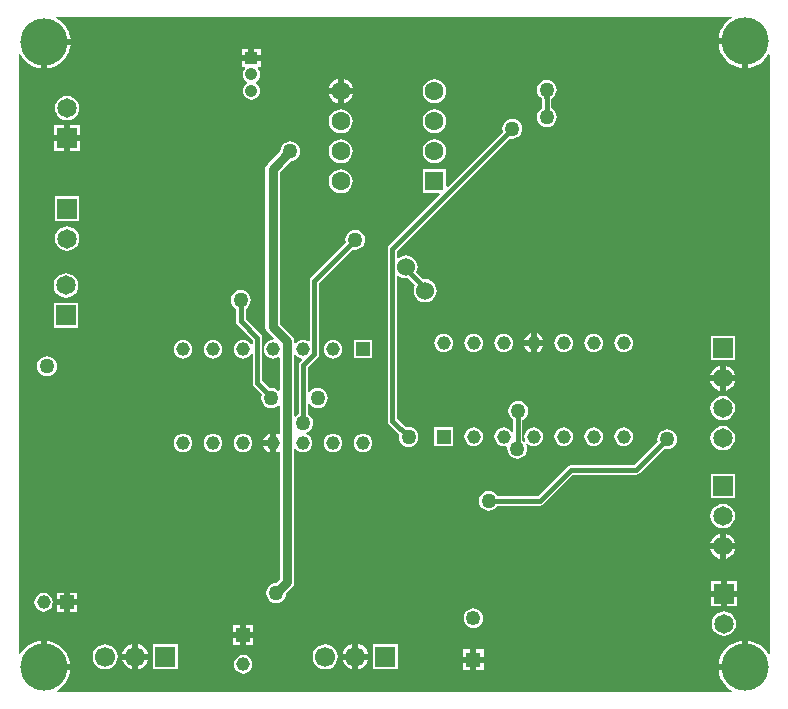
<source format=gbl>
G04*
G04 #@! TF.GenerationSoftware,Altium Limited,Altium Designer,20.1.14 (287)*
G04*
G04 Layer_Physical_Order=2*
G04 Layer_Color=16711680*
%FSLAX43Y43*%
%MOMM*%
G71*
G04*
G04 #@! TF.SameCoordinates,E881D564-7E94-4D67-93EA-8D466AB4E10B*
G04*
G04*
G04 #@! TF.FilePolarity,Positive*
G04*
G01*
G75*
%ADD28C,1.250*%
%ADD29R,1.250X1.250*%
%ADD30C,1.150*%
%ADD31R,1.150X1.150*%
%ADD36R,1.150X1.150*%
%ADD57C,0.800*%
%ADD59C,0.381*%
%ADD62R,1.651X1.651*%
%ADD63C,1.651*%
%ADD64R,1.600X1.600*%
%ADD65C,1.600*%
%ADD66C,1.159*%
%ADD67R,1.159X1.159*%
%ADD68C,1.700*%
%ADD69R,1.700X1.700*%
%ADD70C,1.050*%
%ADD71R,1.050X1.050*%
%ADD72C,4.000*%
%ADD73C,1.524*%
%ADD74C,1.270*%
G36*
X60602Y57269D02*
X60442Y57183D01*
X60098Y56902D01*
X59817Y56558D01*
X59607Y56167D01*
X59479Y55742D01*
X59460Y55554D01*
X61700D01*
Y55300D01*
X61954D01*
Y53060D01*
X62142Y53079D01*
X62567Y53208D01*
X62958Y53417D01*
X63302Y53698D01*
X63583Y54042D01*
X63669Y54202D01*
X63796Y54171D01*
Y3429D01*
X63669Y3398D01*
X63583Y3558D01*
X63302Y3902D01*
X62958Y4183D01*
X62567Y4392D01*
X62142Y4521D01*
X61954Y4540D01*
Y2300D01*
X61700D01*
Y2046D01*
X59460D01*
X59479Y1858D01*
X59607Y1433D01*
X59817Y1042D01*
X60098Y698D01*
X60442Y417D01*
X60602Y331D01*
X60571Y204D01*
X3429D01*
X3398Y331D01*
X3558Y417D01*
X3902Y698D01*
X4183Y1042D01*
X4392Y1433D01*
X4521Y1858D01*
X4540Y2046D01*
X2300D01*
Y2300D01*
X2046D01*
Y4540D01*
X1858Y4521D01*
X1433Y4392D01*
X1042Y4183D01*
X698Y3902D01*
X417Y3558D01*
X331Y3398D01*
X204Y3429D01*
Y54214D01*
X331Y54246D01*
X467Y53992D01*
X748Y53648D01*
X1092Y53367D01*
X1483Y53158D01*
X1908Y53029D01*
X2096Y53010D01*
Y55250D01*
X2350D01*
Y55504D01*
X4590D01*
X4571Y55692D01*
X4443Y56117D01*
X4233Y56508D01*
X3952Y56852D01*
X3608Y57133D01*
X3354Y57269D01*
X3386Y57396D01*
X60571D01*
X60602Y57269D01*
D02*
G37*
%LPC*%
G36*
X20679Y54673D02*
X20154D01*
Y54148D01*
X20679D01*
Y54673D01*
D02*
G37*
G36*
X19646D02*
X19121D01*
Y54148D01*
X19646D01*
Y54673D01*
D02*
G37*
G36*
X61446Y55046D02*
X59460D01*
X59479Y54858D01*
X59607Y54433D01*
X59817Y54042D01*
X60098Y53698D01*
X60442Y53417D01*
X60833Y53208D01*
X61258Y53079D01*
X61446Y53060D01*
Y55046D01*
D02*
G37*
G36*
X4590Y54996D02*
X2604D01*
Y53010D01*
X2792Y53029D01*
X3217Y53158D01*
X3608Y53367D01*
X3952Y53648D01*
X4233Y53992D01*
X4443Y54383D01*
X4571Y54808D01*
X4590Y54996D01*
D02*
G37*
G36*
X27714Y52110D02*
Y51334D01*
X28490D01*
X28487Y51355D01*
X28381Y51612D01*
X28212Y51832D01*
X27992Y52001D01*
X27735Y52107D01*
X27714Y52110D01*
D02*
G37*
G36*
X27206D02*
X27185Y52107D01*
X26928Y52001D01*
X26708Y51832D01*
X26539Y51612D01*
X26433Y51355D01*
X26430Y51334D01*
X27206D01*
Y52110D01*
D02*
G37*
G36*
X20679Y53640D02*
X19900D01*
X19121D01*
Y53115D01*
X19317D01*
X19359Y52988D01*
X19264Y52864D01*
X19191Y52687D01*
X19166Y52497D01*
X19191Y52307D01*
X19264Y52130D01*
X19381Y51978D01*
X19522Y51869D01*
X19530Y51799D01*
X19522Y51728D01*
X19381Y51619D01*
X19264Y51467D01*
X19191Y51290D01*
X19166Y51100D01*
X19191Y50910D01*
X19264Y50733D01*
X19381Y50581D01*
X19533Y50464D01*
X19710Y50391D01*
X19900Y50366D01*
X20090Y50391D01*
X20267Y50464D01*
X20419Y50581D01*
X20536Y50733D01*
X20609Y50910D01*
X20634Y51100D01*
X20609Y51290D01*
X20536Y51467D01*
X20419Y51619D01*
X20278Y51728D01*
X20270Y51799D01*
X20278Y51869D01*
X20419Y51978D01*
X20536Y52130D01*
X20609Y52307D01*
X20634Y52497D01*
X20609Y52687D01*
X20536Y52864D01*
X20441Y52988D01*
X20483Y53115D01*
X20679D01*
Y53640D01*
D02*
G37*
G36*
X35400Y52092D02*
X35138Y52057D01*
X34894Y51956D01*
X34685Y51795D01*
X34524Y51586D01*
X34423Y51342D01*
X34388Y51080D01*
X34423Y50818D01*
X34524Y50574D01*
X34685Y50365D01*
X34894Y50204D01*
X35138Y50103D01*
X35400Y50068D01*
X35662Y50103D01*
X35906Y50204D01*
X36115Y50365D01*
X36276Y50574D01*
X36377Y50818D01*
X36412Y51080D01*
X36377Y51342D01*
X36276Y51586D01*
X36115Y51795D01*
X35906Y51956D01*
X35662Y52057D01*
X35400Y52092D01*
D02*
G37*
G36*
X28490Y50826D02*
X27714D01*
Y50050D01*
X27735Y50053D01*
X27992Y50159D01*
X28212Y50328D01*
X28381Y50548D01*
X28487Y50805D01*
X28490Y50826D01*
D02*
G37*
G36*
X27206D02*
X26430D01*
X26433Y50805D01*
X26539Y50548D01*
X26708Y50328D01*
X26928Y50159D01*
X27185Y50053D01*
X27206Y50050D01*
Y50826D01*
D02*
G37*
G36*
X4300Y50678D02*
X4031Y50642D01*
X3781Y50539D01*
X3566Y50374D01*
X3401Y50159D01*
X3298Y49909D01*
X3262Y49640D01*
X3298Y49371D01*
X3401Y49121D01*
X3566Y48906D01*
X3781Y48741D01*
X4031Y48638D01*
X4300Y48602D01*
X4569Y48638D01*
X4819Y48741D01*
X5034Y48906D01*
X5199Y49121D01*
X5302Y49371D01*
X5338Y49640D01*
X5302Y49909D01*
X5199Y50159D01*
X5034Y50374D01*
X4819Y50539D01*
X4569Y50642D01*
X4300Y50678D01*
D02*
G37*
G36*
X44900Y52045D02*
X44681Y52017D01*
X44477Y51932D01*
X44302Y51798D01*
X44168Y51623D01*
X44083Y51419D01*
X44055Y51200D01*
X44083Y50981D01*
X44168Y50777D01*
X44302Y50602D01*
X44477Y50468D01*
X44499Y50459D01*
Y49641D01*
X44477Y49632D01*
X44302Y49498D01*
X44168Y49323D01*
X44083Y49119D01*
X44054Y48900D01*
X44083Y48681D01*
X44168Y48477D01*
X44302Y48302D01*
X44477Y48168D01*
X44681Y48083D01*
X44900Y48054D01*
X45119Y48083D01*
X45323Y48168D01*
X45498Y48302D01*
X45632Y48477D01*
X45717Y48681D01*
X45745Y48900D01*
X45717Y49119D01*
X45632Y49323D01*
X45498Y49498D01*
X45323Y49632D01*
X45301Y49641D01*
Y50459D01*
X45323Y50468D01*
X45498Y50602D01*
X45632Y50777D01*
X45717Y50981D01*
X45745Y51200D01*
X45717Y51419D01*
X45632Y51623D01*
X45498Y51798D01*
X45323Y51932D01*
X45119Y52017D01*
X44900Y52045D01*
D02*
G37*
G36*
X35400Y49552D02*
X35138Y49517D01*
X34894Y49416D01*
X34685Y49255D01*
X34524Y49046D01*
X34423Y48802D01*
X34388Y48540D01*
X34423Y48278D01*
X34524Y48034D01*
X34685Y47825D01*
X34894Y47664D01*
X35138Y47563D01*
X35400Y47528D01*
X35662Y47563D01*
X35906Y47664D01*
X36115Y47825D01*
X36276Y48034D01*
X36377Y48278D01*
X36412Y48540D01*
X36377Y48802D01*
X36276Y49046D01*
X36115Y49255D01*
X35906Y49416D01*
X35662Y49517D01*
X35400Y49552D01*
D02*
G37*
G36*
X27460D02*
X27198Y49517D01*
X26954Y49416D01*
X26745Y49255D01*
X26584Y49046D01*
X26483Y48802D01*
X26448Y48540D01*
X26483Y48278D01*
X26584Y48034D01*
X26745Y47825D01*
X26954Y47664D01*
X27198Y47563D01*
X27460Y47528D01*
X27722Y47563D01*
X27966Y47664D01*
X28175Y47825D01*
X28336Y48034D01*
X28437Y48278D01*
X28472Y48540D01*
X28437Y48802D01*
X28336Y49046D01*
X28175Y49255D01*
X27966Y49416D01*
X27722Y49517D01*
X27460Y49552D01*
D02*
G37*
G36*
X5379Y48180D02*
X4554D01*
Y47354D01*
X5379D01*
Y48180D01*
D02*
G37*
G36*
X4046D02*
X3220D01*
Y47354D01*
X4046D01*
Y48180D01*
D02*
G37*
G36*
X42000Y48745D02*
X41781Y48717D01*
X41577Y48632D01*
X41402Y48498D01*
X41268Y48323D01*
X41183Y48119D01*
X41155Y47900D01*
X41183Y47681D01*
X41192Y47660D01*
X36521Y42988D01*
X36403Y43037D01*
Y44463D01*
X34397D01*
Y42457D01*
X35823D01*
X35872Y42339D01*
X31560Y38028D01*
X31473Y37898D01*
X31443Y37744D01*
Y23156D01*
X31473Y23002D01*
X31560Y22872D01*
X32392Y22040D01*
X32383Y22019D01*
X32355Y21800D01*
X32383Y21581D01*
X32468Y21377D01*
X32602Y21202D01*
X32777Y21068D01*
X32981Y20983D01*
X33200Y20955D01*
X33419Y20983D01*
X33623Y21068D01*
X33798Y21202D01*
X33932Y21377D01*
X34017Y21581D01*
X34045Y21800D01*
X34017Y22019D01*
X33932Y22223D01*
X33798Y22398D01*
X33623Y22532D01*
X33419Y22617D01*
X33200Y22645D01*
X32981Y22617D01*
X32960Y22608D01*
X32246Y23322D01*
Y35402D01*
X32373Y35465D01*
X32513Y35357D01*
X32748Y35260D01*
X33000Y35226D01*
X33182Y35250D01*
X33754Y34679D01*
X33660Y34452D01*
X33626Y34200D01*
X33660Y33948D01*
X33757Y33713D01*
X33912Y33512D01*
X34113Y33357D01*
X34348Y33260D01*
X34600Y33226D01*
X34852Y33260D01*
X35087Y33357D01*
X35288Y33512D01*
X35443Y33713D01*
X35540Y33948D01*
X35574Y34200D01*
X35540Y34452D01*
X35443Y34687D01*
X35288Y34888D01*
X35087Y35043D01*
X34852Y35140D01*
X34600Y35174D01*
X34418Y35150D01*
X33846Y35721D01*
X33940Y35948D01*
X33974Y36200D01*
X33940Y36452D01*
X33843Y36687D01*
X33688Y36888D01*
X33487Y37043D01*
X33252Y37140D01*
X33000Y37174D01*
X32748Y37140D01*
X32513Y37043D01*
X32373Y36935D01*
X32246Y36998D01*
Y37578D01*
X41760Y47092D01*
X41781Y47083D01*
X42000Y47055D01*
X42219Y47083D01*
X42423Y47168D01*
X42598Y47302D01*
X42732Y47477D01*
X42817Y47681D01*
X42845Y47900D01*
X42817Y48119D01*
X42732Y48323D01*
X42598Y48498D01*
X42423Y48632D01*
X42219Y48717D01*
X42000Y48745D01*
D02*
G37*
G36*
X5379Y46846D02*
X4554D01*
Y46021D01*
X5379D01*
Y46846D01*
D02*
G37*
G36*
X4046D02*
X3220D01*
Y46021D01*
X4046D01*
Y46846D01*
D02*
G37*
G36*
X35400Y47012D02*
X35138Y46977D01*
X34894Y46876D01*
X34685Y46715D01*
X34524Y46506D01*
X34423Y46262D01*
X34388Y46000D01*
X34423Y45738D01*
X34524Y45494D01*
X34685Y45285D01*
X34894Y45124D01*
X35138Y45023D01*
X35400Y44988D01*
X35662Y45023D01*
X35906Y45124D01*
X36115Y45285D01*
X36276Y45494D01*
X36377Y45738D01*
X36412Y46000D01*
X36377Y46262D01*
X36276Y46506D01*
X36115Y46715D01*
X35906Y46876D01*
X35662Y46977D01*
X35400Y47012D01*
D02*
G37*
G36*
X27460D02*
X27198Y46977D01*
X26954Y46876D01*
X26745Y46715D01*
X26584Y46506D01*
X26483Y46262D01*
X26448Y46000D01*
X26483Y45738D01*
X26584Y45494D01*
X26745Y45285D01*
X26954Y45124D01*
X27198Y45023D01*
X27460Y44988D01*
X27722Y45023D01*
X27966Y45124D01*
X28175Y45285D01*
X28336Y45494D01*
X28437Y45738D01*
X28472Y46000D01*
X28437Y46262D01*
X28336Y46506D01*
X28175Y46715D01*
X27966Y46876D01*
X27722Y46977D01*
X27460Y47012D01*
D02*
G37*
G36*
Y44472D02*
X27198Y44437D01*
X26954Y44336D01*
X26745Y44175D01*
X26584Y43966D01*
X26483Y43722D01*
X26448Y43460D01*
X26483Y43198D01*
X26584Y42954D01*
X26745Y42745D01*
X26954Y42584D01*
X27198Y42483D01*
X27460Y42448D01*
X27722Y42483D01*
X27966Y42584D01*
X28175Y42745D01*
X28336Y42954D01*
X28437Y43198D01*
X28472Y43460D01*
X28437Y43722D01*
X28336Y43966D01*
X28175Y44175D01*
X27966Y44336D01*
X27722Y44437D01*
X27460Y44472D01*
D02*
G37*
G36*
X5329Y42169D02*
X3271D01*
Y40111D01*
X5329D01*
Y42169D01*
D02*
G37*
G36*
X23200Y46845D02*
X22981Y46817D01*
X22777Y46732D01*
X22602Y46598D01*
X22468Y46423D01*
X22383Y46219D01*
X22358Y46028D01*
X21265Y44935D01*
X21132Y44735D01*
X21085Y44500D01*
Y31100D01*
X21132Y30865D01*
X21265Y30665D01*
X21783Y30147D01*
X21724Y30027D01*
X21720Y30027D01*
X21516Y30001D01*
X21325Y29922D01*
X21162Y29796D01*
X21036Y29633D01*
X20957Y29442D01*
X20931Y29238D01*
X20957Y29034D01*
X21036Y28843D01*
X21162Y28680D01*
X21325Y28554D01*
X21516Y28475D01*
X21720Y28449D01*
X21924Y28475D01*
X22115Y28554D01*
X22161Y28590D01*
X22288Y28527D01*
Y25760D01*
X22161Y25719D01*
X22013Y25832D01*
X21809Y25917D01*
X21590Y25945D01*
X21442Y25926D01*
X20801Y26566D01*
Y30200D01*
X20771Y30354D01*
X20684Y30484D01*
X19401Y31766D01*
Y32659D01*
X19423Y32668D01*
X19598Y32802D01*
X19732Y32977D01*
X19817Y33181D01*
X19845Y33400D01*
X19817Y33619D01*
X19732Y33823D01*
X19598Y33998D01*
X19423Y34132D01*
X19219Y34217D01*
X19000Y34245D01*
X18781Y34217D01*
X18577Y34132D01*
X18402Y33998D01*
X18268Y33823D01*
X18183Y33619D01*
X18155Y33400D01*
X18183Y33181D01*
X18268Y32977D01*
X18402Y32802D01*
X18577Y32668D01*
X18599Y32659D01*
Y31600D01*
X18629Y31446D01*
X18716Y31316D01*
X19999Y30034D01*
Y29639D01*
X19872Y29614D01*
X19864Y29633D01*
X19738Y29796D01*
X19575Y29922D01*
X19384Y30001D01*
X19180Y30027D01*
X18976Y30001D01*
X18785Y29922D01*
X18622Y29796D01*
X18496Y29633D01*
X18417Y29442D01*
X18391Y29238D01*
X18417Y29034D01*
X18496Y28843D01*
X18622Y28680D01*
X18785Y28554D01*
X18976Y28475D01*
X19180Y28449D01*
X19384Y28475D01*
X19575Y28554D01*
X19738Y28680D01*
X19864Y28843D01*
X19872Y28862D01*
X19999Y28837D01*
Y26400D01*
X20029Y26246D01*
X20116Y26116D01*
X20815Y25418D01*
X20774Y25319D01*
X20745Y25100D01*
X20774Y24881D01*
X20858Y24677D01*
X20993Y24502D01*
X21168Y24368D01*
X21372Y24283D01*
X21590Y24255D01*
X21809Y24283D01*
X22013Y24368D01*
X22161Y24481D01*
X22288Y24440D01*
Y22059D01*
X22174Y22002D01*
X22140Y22028D01*
X21974Y22097D01*
Y21300D01*
Y20503D01*
X22140Y20572D01*
X22174Y20598D01*
X22288Y20541D01*
Y9757D01*
X21972Y9442D01*
X21781Y9417D01*
X21577Y9332D01*
X21402Y9198D01*
X21268Y9023D01*
X21183Y8819D01*
X21155Y8600D01*
X21183Y8381D01*
X21268Y8177D01*
X21402Y8002D01*
X21577Y7868D01*
X21781Y7783D01*
X22000Y7755D01*
X22219Y7783D01*
X22423Y7868D01*
X22598Y8002D01*
X22732Y8177D01*
X22817Y8381D01*
X22842Y8572D01*
X23338Y9068D01*
X23471Y9267D01*
X23518Y9503D01*
Y20773D01*
X23645Y20816D01*
X23702Y20742D01*
X23865Y20616D01*
X24056Y20537D01*
X24260Y20511D01*
X24464Y20537D01*
X24655Y20616D01*
X24818Y20742D01*
X24944Y20905D01*
X25023Y21096D01*
X25049Y21300D01*
X25023Y21504D01*
X24944Y21695D01*
X24818Y21858D01*
X24655Y21984D01*
X24491Y22052D01*
X24492Y22169D01*
X24495Y22180D01*
X24519Y22183D01*
X24723Y22268D01*
X24898Y22402D01*
X25032Y22577D01*
X25117Y22781D01*
X25145Y23000D01*
X25117Y23219D01*
X25032Y23423D01*
X24898Y23598D01*
X24723Y23732D01*
X24701Y23741D01*
Y24555D01*
X24828Y24598D01*
X24902Y24502D01*
X25077Y24368D01*
X25281Y24283D01*
X25500Y24255D01*
X25719Y24283D01*
X25923Y24368D01*
X26098Y24502D01*
X26232Y24677D01*
X26317Y24881D01*
X26345Y25100D01*
X26317Y25319D01*
X26232Y25523D01*
X26098Y25698D01*
X25923Y25832D01*
X25719Y25917D01*
X25500Y25945D01*
X25281Y25917D01*
X25077Y25832D01*
X24902Y25698D01*
X24828Y25602D01*
X24701Y25645D01*
Y27735D01*
X25517Y28551D01*
X25604Y28681D01*
X25635Y28835D01*
Y34867D01*
X28460Y37692D01*
X28481Y37683D01*
X28700Y37655D01*
X28919Y37683D01*
X29123Y37768D01*
X29298Y37902D01*
X29432Y38077D01*
X29517Y38281D01*
X29545Y38500D01*
X29517Y38719D01*
X29432Y38923D01*
X29298Y39098D01*
X29123Y39232D01*
X28919Y39317D01*
X28700Y39345D01*
X28481Y39317D01*
X28277Y39232D01*
X28102Y39098D01*
X27968Y38923D01*
X27883Y38719D01*
X27855Y38500D01*
X27883Y38281D01*
X27892Y38260D01*
X24949Y35317D01*
X24862Y35187D01*
X24832Y35033D01*
Y29946D01*
X24705Y29883D01*
X24655Y29922D01*
X24464Y30001D01*
X24260Y30027D01*
X24056Y30001D01*
X23865Y29922D01*
X23702Y29796D01*
X23645Y29722D01*
X23570Y29725D01*
X23569Y29726D01*
X23515Y29761D01*
Y29900D01*
X23468Y30135D01*
X23335Y30335D01*
X22315Y31355D01*
Y44245D01*
X23228Y45158D01*
X23419Y45183D01*
X23623Y45268D01*
X23798Y45402D01*
X23932Y45577D01*
X24017Y45781D01*
X24045Y46000D01*
X24017Y46219D01*
X23932Y46423D01*
X23798Y46598D01*
X23623Y46732D01*
X23419Y46817D01*
X23200Y46845D01*
D02*
G37*
G36*
X4300Y39638D02*
X4031Y39602D01*
X3781Y39499D01*
X3566Y39334D01*
X3401Y39119D01*
X3298Y38869D01*
X3262Y38600D01*
X3298Y38331D01*
X3401Y38081D01*
X3566Y37866D01*
X3781Y37701D01*
X4031Y37598D01*
X4300Y37562D01*
X4569Y37598D01*
X4819Y37701D01*
X5034Y37866D01*
X5199Y38081D01*
X5302Y38331D01*
X5338Y38600D01*
X5302Y38869D01*
X5199Y39119D01*
X5034Y39334D01*
X4819Y39499D01*
X4569Y39602D01*
X4300Y39638D01*
D02*
G37*
G36*
X4200Y35678D02*
X3931Y35642D01*
X3681Y35539D01*
X3466Y35374D01*
X3301Y35159D01*
X3198Y34909D01*
X3162Y34640D01*
X3198Y34371D01*
X3301Y34121D01*
X3466Y33906D01*
X3681Y33741D01*
X3931Y33638D01*
X4200Y33602D01*
X4469Y33638D01*
X4719Y33741D01*
X4934Y33906D01*
X5099Y34121D01*
X5202Y34371D01*
X5238Y34640D01*
X5202Y34909D01*
X5099Y35159D01*
X4934Y35374D01*
X4719Y35539D01*
X4469Y35642D01*
X4200Y35678D01*
D02*
G37*
G36*
X5229Y33129D02*
X3171D01*
Y31071D01*
X5229D01*
Y33129D01*
D02*
G37*
G36*
X44054Y30566D02*
Y30023D01*
X44597D01*
X44528Y30189D01*
X44394Y30363D01*
X44220Y30497D01*
X44054Y30566D01*
D02*
G37*
G36*
X43546Y30566D02*
X43380Y30497D01*
X43206Y30363D01*
X43072Y30189D01*
X43003Y30023D01*
X43546D01*
Y30566D01*
D02*
G37*
G36*
X51420Y30558D02*
X51216Y30532D01*
X51025Y30453D01*
X50862Y30327D01*
X50736Y30164D01*
X50657Y29973D01*
X50631Y29769D01*
X50657Y29565D01*
X50736Y29374D01*
X50862Y29211D01*
X51025Y29085D01*
X51216Y29006D01*
X51420Y28980D01*
X51624Y29006D01*
X51815Y29085D01*
X51978Y29211D01*
X52104Y29374D01*
X52183Y29565D01*
X52209Y29769D01*
X52183Y29973D01*
X52104Y30164D01*
X51978Y30327D01*
X51815Y30453D01*
X51624Y30532D01*
X51420Y30558D01*
D02*
G37*
G36*
X48880D02*
X48676Y30532D01*
X48485Y30453D01*
X48322Y30327D01*
X48196Y30164D01*
X48117Y29973D01*
X48091Y29769D01*
X48117Y29565D01*
X48196Y29374D01*
X48322Y29211D01*
X48485Y29085D01*
X48676Y29006D01*
X48880Y28980D01*
X49084Y29006D01*
X49275Y29085D01*
X49438Y29211D01*
X49564Y29374D01*
X49643Y29565D01*
X49669Y29769D01*
X49643Y29973D01*
X49564Y30164D01*
X49438Y30327D01*
X49275Y30453D01*
X49084Y30532D01*
X48880Y30558D01*
D02*
G37*
G36*
X46340D02*
X46136Y30532D01*
X45945Y30453D01*
X45782Y30327D01*
X45656Y30164D01*
X45577Y29973D01*
X45551Y29769D01*
X45577Y29565D01*
X45656Y29374D01*
X45782Y29211D01*
X45945Y29085D01*
X46136Y29006D01*
X46340Y28980D01*
X46544Y29006D01*
X46735Y29085D01*
X46898Y29211D01*
X47024Y29374D01*
X47103Y29565D01*
X47129Y29769D01*
X47103Y29973D01*
X47024Y30164D01*
X46898Y30327D01*
X46735Y30453D01*
X46544Y30532D01*
X46340Y30558D01*
D02*
G37*
G36*
X41260D02*
X41056Y30532D01*
X40865Y30453D01*
X40702Y30327D01*
X40576Y30164D01*
X40497Y29973D01*
X40471Y29769D01*
X40497Y29565D01*
X40576Y29374D01*
X40702Y29211D01*
X40865Y29085D01*
X41056Y29006D01*
X41260Y28980D01*
X41464Y29006D01*
X41655Y29085D01*
X41818Y29211D01*
X41944Y29374D01*
X42023Y29565D01*
X42049Y29769D01*
X42023Y29973D01*
X41944Y30164D01*
X41818Y30327D01*
X41655Y30453D01*
X41464Y30532D01*
X41260Y30558D01*
D02*
G37*
G36*
X38720D02*
X38516Y30532D01*
X38325Y30453D01*
X38162Y30327D01*
X38036Y30164D01*
X37957Y29973D01*
X37931Y29769D01*
X37957Y29565D01*
X38036Y29374D01*
X38162Y29211D01*
X38325Y29085D01*
X38516Y29006D01*
X38720Y28980D01*
X38924Y29006D01*
X39115Y29085D01*
X39278Y29211D01*
X39404Y29374D01*
X39483Y29565D01*
X39509Y29769D01*
X39483Y29973D01*
X39404Y30164D01*
X39278Y30327D01*
X39115Y30453D01*
X38924Y30532D01*
X38720Y30558D01*
D02*
G37*
G36*
X36180D02*
X35976Y30532D01*
X35785Y30453D01*
X35622Y30327D01*
X35496Y30164D01*
X35417Y29973D01*
X35391Y29769D01*
X35417Y29565D01*
X35496Y29374D01*
X35622Y29211D01*
X35785Y29085D01*
X35976Y29006D01*
X36180Y28980D01*
X36384Y29006D01*
X36575Y29085D01*
X36738Y29211D01*
X36864Y29374D01*
X36943Y29565D01*
X36969Y29769D01*
X36943Y29973D01*
X36864Y30164D01*
X36738Y30327D01*
X36575Y30453D01*
X36384Y30532D01*
X36180Y30558D01*
D02*
G37*
G36*
X44597Y29515D02*
X44054D01*
Y28972D01*
X44220Y29041D01*
X44394Y29175D01*
X44528Y29349D01*
X44597Y29515D01*
D02*
G37*
G36*
X43546D02*
X43003D01*
X43072Y29349D01*
X43206Y29175D01*
X43380Y29041D01*
X43546Y28972D01*
Y29515D01*
D02*
G37*
G36*
X30123Y30021D02*
X28557D01*
Y28455D01*
X30123D01*
Y30021D01*
D02*
G37*
G36*
X26800Y30027D02*
X26596Y30001D01*
X26405Y29922D01*
X26242Y29796D01*
X26116Y29633D01*
X26037Y29442D01*
X26011Y29238D01*
X26037Y29034D01*
X26116Y28843D01*
X26242Y28680D01*
X26405Y28554D01*
X26596Y28475D01*
X26800Y28449D01*
X27004Y28475D01*
X27195Y28554D01*
X27358Y28680D01*
X27484Y28843D01*
X27563Y29034D01*
X27589Y29238D01*
X27563Y29442D01*
X27484Y29633D01*
X27358Y29796D01*
X27195Y29922D01*
X27004Y30001D01*
X26800Y30027D01*
D02*
G37*
G36*
X16640D02*
X16436Y30001D01*
X16245Y29922D01*
X16082Y29796D01*
X15956Y29633D01*
X15877Y29442D01*
X15851Y29238D01*
X15877Y29034D01*
X15956Y28843D01*
X16082Y28680D01*
X16245Y28554D01*
X16436Y28475D01*
X16640Y28449D01*
X16844Y28475D01*
X17035Y28554D01*
X17198Y28680D01*
X17324Y28843D01*
X17403Y29034D01*
X17429Y29238D01*
X17403Y29442D01*
X17324Y29633D01*
X17198Y29796D01*
X17035Y29922D01*
X16844Y30001D01*
X16640Y30027D01*
D02*
G37*
G36*
X14100D02*
X13896Y30001D01*
X13705Y29922D01*
X13542Y29796D01*
X13416Y29633D01*
X13337Y29442D01*
X13311Y29238D01*
X13337Y29034D01*
X13416Y28843D01*
X13542Y28680D01*
X13705Y28554D01*
X13896Y28475D01*
X14100Y28449D01*
X14304Y28475D01*
X14495Y28554D01*
X14658Y28680D01*
X14784Y28843D01*
X14863Y29034D01*
X14889Y29238D01*
X14863Y29442D01*
X14784Y29633D01*
X14658Y29796D01*
X14495Y29922D01*
X14304Y30001D01*
X14100Y30027D01*
D02*
G37*
G36*
X60829Y30349D02*
X58771D01*
Y28291D01*
X60829D01*
Y30349D01*
D02*
G37*
G36*
X60054Y27835D02*
Y27034D01*
X60855D01*
X60852Y27062D01*
X60743Y27324D01*
X60570Y27550D01*
X60344Y27723D01*
X60082Y27832D01*
X60054Y27835D01*
D02*
G37*
G36*
X59546D02*
X59518Y27832D01*
X59256Y27723D01*
X59030Y27550D01*
X58857Y27324D01*
X58748Y27062D01*
X58745Y27034D01*
X59546D01*
Y27835D01*
D02*
G37*
G36*
X2600Y28645D02*
X2381Y28617D01*
X2177Y28532D01*
X2002Y28398D01*
X1868Y28223D01*
X1783Y28019D01*
X1755Y27800D01*
X1783Y27581D01*
X1868Y27377D01*
X2002Y27202D01*
X2177Y27068D01*
X2381Y26983D01*
X2600Y26955D01*
X2819Y26983D01*
X3023Y27068D01*
X3198Y27202D01*
X3332Y27377D01*
X3417Y27581D01*
X3445Y27800D01*
X3417Y28019D01*
X3332Y28223D01*
X3198Y28398D01*
X3023Y28532D01*
X2819Y28617D01*
X2600Y28645D01*
D02*
G37*
G36*
X60855Y26526D02*
X60054D01*
Y25725D01*
X60082Y25728D01*
X60344Y25837D01*
X60570Y26010D01*
X60743Y26236D01*
X60852Y26498D01*
X60855Y26526D01*
D02*
G37*
G36*
X59546D02*
X58745D01*
X58748Y26498D01*
X58857Y26236D01*
X59030Y26010D01*
X59256Y25837D01*
X59518Y25728D01*
X59546Y25725D01*
Y26526D01*
D02*
G37*
G36*
X59800Y25278D02*
X59531Y25242D01*
X59281Y25139D01*
X59066Y24974D01*
X58901Y24759D01*
X58798Y24509D01*
X58762Y24240D01*
X58798Y23971D01*
X58901Y23721D01*
X59066Y23506D01*
X59281Y23341D01*
X59531Y23238D01*
X59800Y23202D01*
X60069Y23238D01*
X60319Y23341D01*
X60534Y23506D01*
X60699Y23721D01*
X60802Y23971D01*
X60838Y24240D01*
X60802Y24509D01*
X60699Y24759D01*
X60534Y24974D01*
X60319Y25139D01*
X60069Y25242D01*
X59800Y25278D01*
D02*
G37*
G36*
X42500Y24845D02*
X42281Y24817D01*
X42077Y24732D01*
X41902Y24598D01*
X41768Y24423D01*
X41683Y24219D01*
X41655Y24000D01*
X41683Y23781D01*
X41768Y23577D01*
X41902Y23402D01*
X42049Y23290D01*
Y22288D01*
X41922Y22255D01*
X41818Y22389D01*
X41655Y22515D01*
X41464Y22594D01*
X41260Y22620D01*
X41056Y22594D01*
X40865Y22515D01*
X40702Y22389D01*
X40576Y22226D01*
X40497Y22035D01*
X40471Y21831D01*
X40497Y21627D01*
X40576Y21436D01*
X40702Y21273D01*
X40865Y21147D01*
X41056Y21068D01*
X41260Y21042D01*
X41464Y21068D01*
X41480Y21075D01*
X41578Y20978D01*
X41555Y20800D01*
X41583Y20581D01*
X41668Y20377D01*
X41802Y20202D01*
X41977Y20068D01*
X42181Y19983D01*
X42400Y19955D01*
X42619Y19983D01*
X42823Y20068D01*
X42998Y20202D01*
X43132Y20377D01*
X43217Y20581D01*
X43245Y20800D01*
X43217Y21019D01*
X43144Y21194D01*
X43242Y21273D01*
X43405Y21147D01*
X43596Y21068D01*
X43800Y21042D01*
X44004Y21068D01*
X44195Y21147D01*
X44358Y21273D01*
X44484Y21436D01*
X44563Y21627D01*
X44589Y21831D01*
X44563Y22035D01*
X44484Y22226D01*
X44358Y22389D01*
X44195Y22515D01*
X44004Y22594D01*
X43800Y22620D01*
X43596Y22594D01*
X43405Y22515D01*
X43242Y22389D01*
X43116Y22226D01*
X43037Y22035D01*
X43011Y21831D01*
X43037Y21627D01*
X43102Y21470D01*
X42998Y21398D01*
X42851Y21510D01*
Y23238D01*
X42923Y23268D01*
X43098Y23402D01*
X43232Y23577D01*
X43317Y23781D01*
X43345Y24000D01*
X43317Y24219D01*
X43232Y24423D01*
X43098Y24598D01*
X42923Y24732D01*
X42719Y24817D01*
X42500Y24845D01*
D02*
G37*
G36*
X21466Y22097D02*
X21300Y22028D01*
X21126Y21894D01*
X20992Y21720D01*
X20923Y21554D01*
X21466D01*
Y22097D01*
D02*
G37*
G36*
X36963Y22614D02*
X35397D01*
Y21048D01*
X36963D01*
Y22614D01*
D02*
G37*
G36*
X51420Y22620D02*
X51216Y22594D01*
X51025Y22515D01*
X50862Y22389D01*
X50736Y22226D01*
X50657Y22035D01*
X50631Y21831D01*
X50657Y21627D01*
X50736Y21436D01*
X50862Y21273D01*
X51025Y21147D01*
X51216Y21068D01*
X51420Y21042D01*
X51624Y21068D01*
X51815Y21147D01*
X51978Y21273D01*
X52104Y21436D01*
X52183Y21627D01*
X52209Y21831D01*
X52183Y22035D01*
X52104Y22226D01*
X51978Y22389D01*
X51815Y22515D01*
X51624Y22594D01*
X51420Y22620D01*
D02*
G37*
G36*
X48880D02*
X48676Y22594D01*
X48485Y22515D01*
X48322Y22389D01*
X48196Y22226D01*
X48117Y22035D01*
X48091Y21831D01*
X48117Y21627D01*
X48196Y21436D01*
X48322Y21273D01*
X48485Y21147D01*
X48676Y21068D01*
X48880Y21042D01*
X49084Y21068D01*
X49275Y21147D01*
X49438Y21273D01*
X49564Y21436D01*
X49643Y21627D01*
X49669Y21831D01*
X49643Y22035D01*
X49564Y22226D01*
X49438Y22389D01*
X49275Y22515D01*
X49084Y22594D01*
X48880Y22620D01*
D02*
G37*
G36*
X46340D02*
X46136Y22594D01*
X45945Y22515D01*
X45782Y22389D01*
X45656Y22226D01*
X45577Y22035D01*
X45551Y21831D01*
X45577Y21627D01*
X45656Y21436D01*
X45782Y21273D01*
X45945Y21147D01*
X46136Y21068D01*
X46340Y21042D01*
X46544Y21068D01*
X46735Y21147D01*
X46898Y21273D01*
X47024Y21436D01*
X47103Y21627D01*
X47129Y21831D01*
X47103Y22035D01*
X47024Y22226D01*
X46898Y22389D01*
X46735Y22515D01*
X46544Y22594D01*
X46340Y22620D01*
D02*
G37*
G36*
X38720D02*
X38516Y22594D01*
X38325Y22515D01*
X38162Y22389D01*
X38036Y22226D01*
X37957Y22035D01*
X37931Y21831D01*
X37957Y21627D01*
X38036Y21436D01*
X38162Y21273D01*
X38325Y21147D01*
X38516Y21068D01*
X38720Y21042D01*
X38924Y21068D01*
X39115Y21147D01*
X39278Y21273D01*
X39404Y21436D01*
X39483Y21627D01*
X39509Y21831D01*
X39483Y22035D01*
X39404Y22226D01*
X39278Y22389D01*
X39115Y22515D01*
X38924Y22594D01*
X38720Y22620D01*
D02*
G37*
G36*
X55100Y22445D02*
X54881Y22417D01*
X54677Y22332D01*
X54502Y22198D01*
X54368Y22023D01*
X54283Y21819D01*
X54255Y21600D01*
X54283Y21381D01*
X54292Y21360D01*
X52334Y19401D01*
X46945D01*
X46792Y19371D01*
X46661Y19284D01*
X44179Y16801D01*
X40741D01*
X40732Y16823D01*
X40598Y16998D01*
X40423Y17132D01*
X40219Y17217D01*
X40000Y17245D01*
X39781Y17217D01*
X39577Y17132D01*
X39402Y16998D01*
X39268Y16823D01*
X39183Y16619D01*
X39155Y16400D01*
X39183Y16181D01*
X39268Y15977D01*
X39402Y15802D01*
X39577Y15668D01*
X39781Y15583D01*
X40000Y15555D01*
X40219Y15583D01*
X40423Y15668D01*
X40598Y15802D01*
X40732Y15977D01*
X40741Y15999D01*
X44345D01*
X44499Y16029D01*
X44629Y16116D01*
X47111Y18599D01*
X52500D01*
X52654Y18629D01*
X52784Y18716D01*
X54860Y20792D01*
X54881Y20783D01*
X55100Y20755D01*
X55319Y20783D01*
X55523Y20868D01*
X55698Y21002D01*
X55832Y21177D01*
X55917Y21381D01*
X55945Y21600D01*
X55917Y21819D01*
X55832Y22023D01*
X55698Y22198D01*
X55523Y22332D01*
X55319Y22417D01*
X55100Y22445D01*
D02*
G37*
G36*
X59800Y22738D02*
X59531Y22702D01*
X59281Y22599D01*
X59066Y22434D01*
X58901Y22219D01*
X58798Y21969D01*
X58762Y21700D01*
X58798Y21431D01*
X58901Y21181D01*
X59066Y20966D01*
X59281Y20801D01*
X59531Y20698D01*
X59800Y20662D01*
X60069Y20698D01*
X60319Y20801D01*
X60534Y20966D01*
X60699Y21181D01*
X60802Y21431D01*
X60838Y21700D01*
X60802Y21969D01*
X60699Y22219D01*
X60534Y22434D01*
X60319Y22599D01*
X60069Y22702D01*
X59800Y22738D01*
D02*
G37*
G36*
X29340Y22089D02*
X29136Y22063D01*
X28945Y21984D01*
X28782Y21858D01*
X28656Y21695D01*
X28577Y21504D01*
X28551Y21300D01*
X28577Y21096D01*
X28656Y20905D01*
X28782Y20742D01*
X28945Y20616D01*
X29136Y20537D01*
X29340Y20511D01*
X29544Y20537D01*
X29735Y20616D01*
X29898Y20742D01*
X30024Y20905D01*
X30103Y21096D01*
X30129Y21300D01*
X30103Y21504D01*
X30024Y21695D01*
X29898Y21858D01*
X29735Y21984D01*
X29544Y22063D01*
X29340Y22089D01*
D02*
G37*
G36*
X26800D02*
X26596Y22063D01*
X26405Y21984D01*
X26242Y21858D01*
X26116Y21695D01*
X26037Y21504D01*
X26011Y21300D01*
X26037Y21096D01*
X26116Y20905D01*
X26242Y20742D01*
X26405Y20616D01*
X26596Y20537D01*
X26800Y20511D01*
X27004Y20537D01*
X27195Y20616D01*
X27358Y20742D01*
X27484Y20905D01*
X27563Y21096D01*
X27589Y21300D01*
X27563Y21504D01*
X27484Y21695D01*
X27358Y21858D01*
X27195Y21984D01*
X27004Y22063D01*
X26800Y22089D01*
D02*
G37*
G36*
X19180D02*
X18976Y22063D01*
X18785Y21984D01*
X18622Y21858D01*
X18496Y21695D01*
X18417Y21504D01*
X18391Y21300D01*
X18417Y21096D01*
X18496Y20905D01*
X18622Y20742D01*
X18785Y20616D01*
X18976Y20537D01*
X19180Y20511D01*
X19384Y20537D01*
X19575Y20616D01*
X19738Y20742D01*
X19864Y20905D01*
X19943Y21096D01*
X19969Y21300D01*
X19943Y21504D01*
X19864Y21695D01*
X19738Y21858D01*
X19575Y21984D01*
X19384Y22063D01*
X19180Y22089D01*
D02*
G37*
G36*
X16640D02*
X16436Y22063D01*
X16245Y21984D01*
X16082Y21858D01*
X15956Y21695D01*
X15877Y21504D01*
X15851Y21300D01*
X15877Y21096D01*
X15956Y20905D01*
X16082Y20742D01*
X16245Y20616D01*
X16436Y20537D01*
X16640Y20511D01*
X16844Y20537D01*
X17035Y20616D01*
X17198Y20742D01*
X17324Y20905D01*
X17403Y21096D01*
X17429Y21300D01*
X17403Y21504D01*
X17324Y21695D01*
X17198Y21858D01*
X17035Y21984D01*
X16844Y22063D01*
X16640Y22089D01*
D02*
G37*
G36*
X14100D02*
X13896Y22063D01*
X13705Y21984D01*
X13542Y21858D01*
X13416Y21695D01*
X13337Y21504D01*
X13311Y21300D01*
X13337Y21096D01*
X13416Y20905D01*
X13542Y20742D01*
X13705Y20616D01*
X13896Y20537D01*
X14100Y20511D01*
X14304Y20537D01*
X14495Y20616D01*
X14658Y20742D01*
X14784Y20905D01*
X14863Y21096D01*
X14889Y21300D01*
X14863Y21504D01*
X14784Y21695D01*
X14658Y21858D01*
X14495Y21984D01*
X14304Y22063D01*
X14100Y22089D01*
D02*
G37*
G36*
X21466Y21046D02*
X20923D01*
X20992Y20880D01*
X21126Y20706D01*
X21300Y20572D01*
X21466Y20503D01*
Y21046D01*
D02*
G37*
G36*
X60829Y18669D02*
X58771D01*
Y16611D01*
X60829D01*
Y18669D01*
D02*
G37*
G36*
X59800Y16138D02*
X59531Y16102D01*
X59281Y15999D01*
X59066Y15834D01*
X58901Y15619D01*
X58798Y15369D01*
X58762Y15100D01*
X58798Y14831D01*
X58901Y14581D01*
X59066Y14366D01*
X59281Y14201D01*
X59531Y14098D01*
X59800Y14062D01*
X60069Y14098D01*
X60319Y14201D01*
X60534Y14366D01*
X60699Y14581D01*
X60802Y14831D01*
X60838Y15100D01*
X60802Y15369D01*
X60699Y15619D01*
X60534Y15834D01*
X60319Y15999D01*
X60069Y16102D01*
X59800Y16138D01*
D02*
G37*
G36*
X60054Y13615D02*
Y12814D01*
X60855D01*
X60852Y12842D01*
X60743Y13104D01*
X60570Y13330D01*
X60344Y13503D01*
X60082Y13612D01*
X60054Y13615D01*
D02*
G37*
G36*
X59546D02*
X59518Y13612D01*
X59256Y13503D01*
X59030Y13330D01*
X58857Y13104D01*
X58748Y12842D01*
X58745Y12814D01*
X59546D01*
Y13615D01*
D02*
G37*
G36*
X60855Y12306D02*
X60054D01*
Y11505D01*
X60082Y11508D01*
X60344Y11617D01*
X60570Y11790D01*
X60743Y12016D01*
X60852Y12278D01*
X60855Y12306D01*
D02*
G37*
G36*
X59546D02*
X58745D01*
X58748Y12278D01*
X58857Y12016D01*
X59030Y11790D01*
X59256Y11617D01*
X59518Y11508D01*
X59546Y11505D01*
Y12306D01*
D02*
G37*
G36*
X60979Y9620D02*
X60154D01*
Y8794D01*
X60979D01*
Y9620D01*
D02*
G37*
G36*
X59646D02*
X58820D01*
Y8794D01*
X59646D01*
Y9620D01*
D02*
G37*
G36*
X5129Y8629D02*
X4554D01*
Y8054D01*
X5129D01*
Y8629D01*
D02*
G37*
G36*
X4046D02*
X3471D01*
Y8054D01*
X4046D01*
Y8629D01*
D02*
G37*
G36*
X60979Y8286D02*
X60154D01*
Y7460D01*
X60979D01*
Y8286D01*
D02*
G37*
G36*
X59646D02*
X58820D01*
Y7460D01*
X59646D01*
Y8286D01*
D02*
G37*
G36*
X2300Y8585D02*
X2097Y8558D01*
X1908Y8480D01*
X1745Y8355D01*
X1620Y8192D01*
X1542Y8003D01*
X1515Y7800D01*
X1542Y7597D01*
X1620Y7408D01*
X1745Y7245D01*
X1908Y7120D01*
X2097Y7042D01*
X2300Y7015D01*
X2503Y7042D01*
X2692Y7120D01*
X2855Y7245D01*
X2980Y7408D01*
X3058Y7597D01*
X3085Y7800D01*
X3058Y8003D01*
X2980Y8192D01*
X2855Y8355D01*
X2692Y8480D01*
X2503Y8558D01*
X2300Y8585D01*
D02*
G37*
G36*
X5129Y7546D02*
X4554D01*
Y6971D01*
X5129D01*
Y7546D01*
D02*
G37*
G36*
X4046D02*
X3471D01*
Y6971D01*
X4046D01*
Y7546D01*
D02*
G37*
G36*
X38700Y7285D02*
X38484Y7257D01*
X38282Y7173D01*
X38109Y7041D01*
X37977Y6868D01*
X37893Y6666D01*
X37865Y6450D01*
X37893Y6234D01*
X37977Y6032D01*
X38109Y5859D01*
X38282Y5727D01*
X38484Y5643D01*
X38700Y5615D01*
X38916Y5643D01*
X39118Y5727D01*
X39291Y5859D01*
X39423Y6032D01*
X39507Y6234D01*
X39535Y6450D01*
X39507Y6666D01*
X39423Y6868D01*
X39291Y7041D01*
X39118Y7173D01*
X38916Y7257D01*
X38700Y7285D01*
D02*
G37*
G36*
X20029Y5879D02*
X19454D01*
Y5304D01*
X20029D01*
Y5879D01*
D02*
G37*
G36*
X18946D02*
X18371D01*
Y5304D01*
X18946D01*
Y5879D01*
D02*
G37*
G36*
X59900Y7038D02*
X59631Y7002D01*
X59381Y6899D01*
X59166Y6734D01*
X59001Y6519D01*
X58898Y6269D01*
X58862Y6000D01*
X58898Y5731D01*
X59001Y5481D01*
X59166Y5266D01*
X59381Y5101D01*
X59631Y4998D01*
X59900Y4962D01*
X60169Y4998D01*
X60419Y5101D01*
X60634Y5266D01*
X60799Y5481D01*
X60902Y5731D01*
X60938Y6000D01*
X60902Y6269D01*
X60799Y6519D01*
X60634Y6734D01*
X60419Y6899D01*
X60169Y7002D01*
X59900Y7038D01*
D02*
G37*
G36*
X20029Y4796D02*
X19454D01*
Y4221D01*
X20029D01*
Y4796D01*
D02*
G37*
G36*
X18946D02*
X18371D01*
Y4221D01*
X18946D01*
Y4796D01*
D02*
G37*
G36*
X28954Y4280D02*
Y3454D01*
X29780D01*
X29776Y3488D01*
X29664Y3757D01*
X29487Y3987D01*
X29257Y4164D01*
X28988Y4276D01*
X28954Y4280D01*
D02*
G37*
G36*
X10314D02*
Y3454D01*
X11140D01*
X11136Y3488D01*
X11024Y3757D01*
X10847Y3987D01*
X10617Y4164D01*
X10348Y4276D01*
X10314Y4280D01*
D02*
G37*
G36*
X9806Y4280D02*
X9772Y4276D01*
X9503Y4164D01*
X9273Y3987D01*
X9096Y3757D01*
X8984Y3488D01*
X8980Y3454D01*
X9806D01*
Y4280D01*
D02*
G37*
G36*
X28446Y4280D02*
X28412Y4276D01*
X28143Y4164D01*
X27913Y3987D01*
X27736Y3757D01*
X27624Y3488D01*
X27620Y3454D01*
X28446D01*
Y4280D01*
D02*
G37*
G36*
X39579Y3829D02*
X38954D01*
Y3204D01*
X39579D01*
Y3829D01*
D02*
G37*
G36*
X38446D02*
X37821D01*
Y3204D01*
X38446D01*
Y3829D01*
D02*
G37*
G36*
X61446Y4540D02*
X61258Y4521D01*
X60833Y4392D01*
X60442Y4183D01*
X60098Y3902D01*
X59817Y3558D01*
X59607Y3167D01*
X59479Y2742D01*
X59460Y2554D01*
X61446D01*
Y4540D01*
D02*
G37*
G36*
X2554D02*
Y2554D01*
X4540D01*
X4521Y2742D01*
X4392Y3167D01*
X4183Y3558D01*
X3902Y3902D01*
X3558Y4183D01*
X3167Y4392D01*
X2742Y4521D01*
X2554Y4540D01*
D02*
G37*
G36*
X32293Y4253D02*
X30187D01*
Y2147D01*
X32293D01*
Y4253D01*
D02*
G37*
G36*
X13653D02*
X11547D01*
Y2147D01*
X13653D01*
Y4253D01*
D02*
G37*
G36*
X26160Y4262D02*
X25885Y4226D01*
X25629Y4120D01*
X25409Y3951D01*
X25240Y3731D01*
X25134Y3475D01*
X25098Y3200D01*
X25134Y2925D01*
X25240Y2669D01*
X25409Y2449D01*
X25629Y2280D01*
X25885Y2174D01*
X26160Y2138D01*
X26435Y2174D01*
X26691Y2280D01*
X26911Y2449D01*
X27080Y2669D01*
X27186Y2925D01*
X27222Y3200D01*
X27186Y3475D01*
X27080Y3731D01*
X26911Y3951D01*
X26691Y4120D01*
X26435Y4226D01*
X26160Y4262D01*
D02*
G37*
G36*
X7520D02*
X7245Y4226D01*
X6989Y4120D01*
X6769Y3951D01*
X6600Y3731D01*
X6494Y3475D01*
X6458Y3200D01*
X6494Y2925D01*
X6600Y2669D01*
X6769Y2449D01*
X6989Y2280D01*
X7245Y2174D01*
X7520Y2138D01*
X7795Y2174D01*
X8051Y2280D01*
X8271Y2449D01*
X8440Y2669D01*
X8546Y2925D01*
X8582Y3200D01*
X8546Y3475D01*
X8440Y3731D01*
X8271Y3951D01*
X8051Y4120D01*
X7795Y4226D01*
X7520Y4262D01*
D02*
G37*
G36*
X9806Y2946D02*
X8980D01*
X8984Y2912D01*
X9096Y2643D01*
X9273Y2413D01*
X9503Y2236D01*
X9772Y2124D01*
X9806Y2120D01*
Y2946D01*
D02*
G37*
G36*
X29780D02*
X28954D01*
Y2120D01*
X28988Y2124D01*
X29257Y2236D01*
X29487Y2413D01*
X29664Y2643D01*
X29776Y2912D01*
X29780Y2946D01*
D02*
G37*
G36*
X28446D02*
X27620D01*
X27624Y2912D01*
X27736Y2643D01*
X27913Y2413D01*
X28143Y2236D01*
X28412Y2124D01*
X28446Y2120D01*
Y2946D01*
D02*
G37*
G36*
X11140D02*
X10314D01*
Y2120D01*
X10348Y2124D01*
X10617Y2236D01*
X10847Y2413D01*
X11024Y2643D01*
X11136Y2912D01*
X11140Y2946D01*
D02*
G37*
G36*
X39579Y2696D02*
X38954D01*
Y2071D01*
X39579D01*
Y2696D01*
D02*
G37*
G36*
X38446D02*
X37821D01*
Y2071D01*
X38446D01*
Y2696D01*
D02*
G37*
G36*
X19200Y3335D02*
X18997Y3308D01*
X18808Y3230D01*
X18645Y3105D01*
X18520Y2942D01*
X18442Y2753D01*
X18415Y2550D01*
X18442Y2347D01*
X18520Y2158D01*
X18645Y1995D01*
X18808Y1870D01*
X18997Y1792D01*
X19200Y1765D01*
X19403Y1792D01*
X19592Y1870D01*
X19755Y1995D01*
X19880Y2158D01*
X19958Y2347D01*
X19985Y2550D01*
X19958Y2753D01*
X19880Y2942D01*
X19755Y3105D01*
X19592Y3230D01*
X19403Y3308D01*
X19200Y3335D01*
D02*
G37*
%LPD*%
G36*
X23702Y28680D02*
X23865Y28554D01*
X24056Y28475D01*
X24118Y28467D01*
X24164Y28333D01*
X24016Y28186D01*
X23929Y28055D01*
X23899Y27902D01*
Y23741D01*
X23877Y23732D01*
X23702Y23598D01*
X23645Y23523D01*
X23518Y23566D01*
Y28711D01*
X23645Y28754D01*
X23702Y28680D01*
D02*
G37*
D28*
X38700Y6450D02*
D03*
D29*
Y2950D02*
D03*
D30*
X19200Y2550D02*
D03*
X2300Y7800D02*
D03*
D31*
X19200Y5050D02*
D03*
D36*
X4300Y7800D02*
D03*
D57*
X21700Y44500D02*
X23200Y46000D01*
X21700Y31100D02*
X22900Y29900D01*
X21700Y31100D02*
Y44500D01*
X22900Y29731D02*
X22903Y29728D01*
Y9503D02*
Y29728D01*
X22900Y29731D02*
Y29900D01*
X22000Y8600D02*
X22903Y9503D01*
D59*
X21590Y25100D02*
Y25209D01*
X20400Y26400D02*
X21590Y25209D01*
X20400Y26400D02*
Y30200D01*
X25233Y35033D02*
X28700Y38500D01*
X24300Y27902D02*
X25233Y28835D01*
Y35033D01*
X31844Y37744D02*
X42000Y47900D01*
X31844Y23156D02*
Y37744D01*
X44900Y48900D02*
Y50603D01*
X44874Y50629D02*
X44900Y50603D01*
X44874Y50629D02*
Y50949D01*
X44900Y50974D01*
X24300Y23000D02*
Y27902D01*
X19000Y31600D02*
Y33400D01*
Y31600D02*
X20400Y30200D01*
X33000Y36000D02*
X34600Y34400D01*
Y34200D02*
Y34400D01*
X33000Y36000D02*
Y36200D01*
X31844Y23156D02*
X33200Y21800D01*
X52500Y19000D02*
X55100Y21600D01*
X46945Y19000D02*
X52500D01*
X44345Y16400D02*
X46945Y19000D01*
X40000Y16400D02*
X44345D01*
X42450Y23950D02*
X42500Y24000D01*
X42450Y20850D02*
Y23950D01*
X42400Y20800D02*
X42450Y20850D01*
D62*
X59800Y17640D02*
D03*
Y29320D02*
D03*
X59900Y8540D02*
D03*
X4200Y32100D02*
D03*
X4300Y47100D02*
D03*
Y41140D02*
D03*
D63*
X59800Y15100D02*
D03*
Y12560D02*
D03*
Y21700D02*
D03*
Y24240D02*
D03*
Y26780D02*
D03*
X59900Y6000D02*
D03*
X4200Y34640D02*
D03*
X4300Y49640D02*
D03*
Y38600D02*
D03*
D64*
X35400Y43460D02*
D03*
D65*
Y46000D02*
D03*
Y48540D02*
D03*
Y51080D02*
D03*
X27460D02*
D03*
Y48540D02*
D03*
Y46000D02*
D03*
Y43460D02*
D03*
D66*
X29340Y21300D02*
D03*
X26800D02*
D03*
X24260D02*
D03*
X21720D02*
D03*
X19180D02*
D03*
X16640D02*
D03*
X14100D02*
D03*
Y29238D02*
D03*
X16640D02*
D03*
X19180D02*
D03*
X21720D02*
D03*
X24260D02*
D03*
X26800D02*
D03*
X36180Y29769D02*
D03*
X38720D02*
D03*
X41260D02*
D03*
X43800D02*
D03*
X46340D02*
D03*
X48880D02*
D03*
X51420D02*
D03*
Y21831D02*
D03*
X48880D02*
D03*
X46340D02*
D03*
X43800D02*
D03*
X41260D02*
D03*
X38720D02*
D03*
D67*
X29340Y29238D02*
D03*
X36180Y21831D02*
D03*
D68*
X26160Y3200D02*
D03*
X28700D02*
D03*
X10060D02*
D03*
X7520D02*
D03*
D69*
X31240D02*
D03*
X12600D02*
D03*
D70*
X19900Y51100D02*
D03*
Y52497D02*
D03*
D71*
Y53894D02*
D03*
D72*
X2350Y55250D02*
D03*
X61700Y2300D02*
D03*
X2300D02*
D03*
X61700Y55300D02*
D03*
D73*
X34600Y34200D02*
D03*
X33000Y36200D02*
D03*
D74*
X24900Y7200D02*
D03*
X21590Y26800D02*
D03*
Y25100D02*
D03*
X31400Y6000D02*
D03*
X44000Y2650D02*
D03*
X44900Y51200D02*
D03*
X44900Y48900D02*
D03*
X42300Y51400D02*
D03*
X16000Y11300D02*
D03*
X17600Y34700D02*
D03*
X34000Y55800D02*
D03*
X24300Y23000D02*
D03*
X23000Y34200D02*
D03*
X25500Y25100D02*
D03*
Y26700D02*
D03*
X19000Y33400D02*
D03*
X2600Y27800D02*
D03*
X22000Y8600D02*
D03*
X24900Y43200D02*
D03*
X1300Y44200D02*
D03*
X28700Y38500D02*
D03*
X28500Y40800D02*
D03*
X23200Y46000D02*
D03*
X48600Y36700D02*
D03*
X42000Y47900D02*
D03*
X33200Y21800D02*
D03*
X42700Y33900D02*
D03*
X44300Y18000D02*
D03*
X45800Y16400D02*
D03*
X40000D02*
D03*
X55100Y21600D02*
D03*
X42400Y20800D02*
D03*
X42500Y24000D02*
D03*
M02*

</source>
